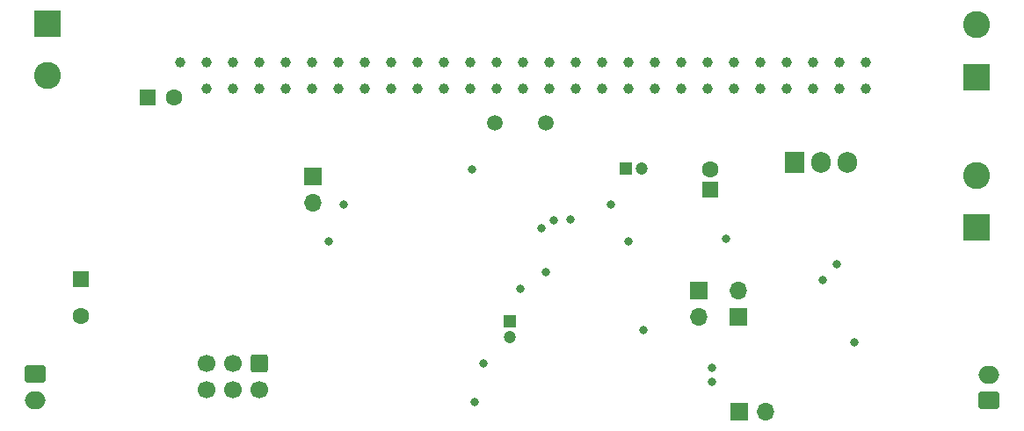
<source format=gbr>
%TF.GenerationSoftware,KiCad,Pcbnew,(6.0.11)*%
%TF.CreationDate,2023-02-12T20:14:36+01:00*%
%TF.ProjectId,DMX_PWM_LED_Driver,444d585f-5057-44d5-9f4c-45445f447269,rev?*%
%TF.SameCoordinates,Original*%
%TF.FileFunction,Soldermask,Bot*%
%TF.FilePolarity,Negative*%
%FSLAX46Y46*%
G04 Gerber Fmt 4.6, Leading zero omitted, Abs format (unit mm)*
G04 Created by KiCad (PCBNEW (6.0.11)) date 2023-02-12 20:14:36*
%MOMM*%
%LPD*%
G01*
G04 APERTURE LIST*
G04 Aperture macros list*
%AMRoundRect*
0 Rectangle with rounded corners*
0 $1 Rounding radius*
0 $2 $3 $4 $5 $6 $7 $8 $9 X,Y pos of 4 corners*
0 Add a 4 corners polygon primitive as box body*
4,1,4,$2,$3,$4,$5,$6,$7,$8,$9,$2,$3,0*
0 Add four circle primitives for the rounded corners*
1,1,$1+$1,$2,$3*
1,1,$1+$1,$4,$5*
1,1,$1+$1,$6,$7*
1,1,$1+$1,$8,$9*
0 Add four rect primitives between the rounded corners*
20,1,$1+$1,$2,$3,$4,$5,0*
20,1,$1+$1,$4,$5,$6,$7,0*
20,1,$1+$1,$6,$7,$8,$9,0*
20,1,$1+$1,$8,$9,$2,$3,0*%
G04 Aperture macros list end*
%ADD10R,1.700000X1.700000*%
%ADD11O,1.700000X1.700000*%
%ADD12RoundRect,0.250000X-0.750000X0.600000X-0.750000X-0.600000X0.750000X-0.600000X0.750000X0.600000X0*%
%ADD13O,2.000000X1.700000*%
%ADD14R,2.600000X2.600000*%
%ADD15C,2.600000*%
%ADD16RoundRect,0.250000X0.750000X-0.600000X0.750000X0.600000X-0.750000X0.600000X-0.750000X-0.600000X0*%
%ADD17R,1.200000X1.200000*%
%ADD18C,1.200000*%
%ADD19RoundRect,0.250000X-0.600000X0.600000X-0.600000X-0.600000X0.600000X-0.600000X0.600000X0.600000X0*%
%ADD20C,1.700000*%
%ADD21R,1.600000X1.600000*%
%ADD22C,1.600000*%
%ADD23C,1.500000*%
%ADD24R,1.905000X2.000000*%
%ADD25O,1.905000X2.000000*%
%ADD26C,1.000000*%
%ADD27C,0.800000*%
G04 APERTURE END LIST*
D10*
%TO.C,JP3*%
X91900000Y-61650000D03*
D11*
X94440000Y-61650000D03*
%TD*%
D12*
%TO.C,J6*%
X24081000Y-58000000D03*
D13*
X24081000Y-60500000D03*
%TD*%
D14*
%TO.C,J2*%
X25280000Y-24180000D03*
D15*
X25280000Y-29180000D03*
%TD*%
D14*
%TO.C,J3*%
X114800000Y-29330000D03*
D15*
X114800000Y-24330000D03*
%TD*%
D16*
%TO.C,J5*%
X116010000Y-60550000D03*
D13*
X116010000Y-58050000D03*
%TD*%
D17*
%TO.C,C6*%
X81026000Y-38150800D03*
D18*
X82526000Y-38150800D03*
%TD*%
D17*
%TO.C,C7*%
X69850000Y-52900000D03*
D18*
X69850000Y-54400000D03*
%TD*%
D19*
%TO.C,J1*%
X45669000Y-56987500D03*
D20*
X45669000Y-59527500D03*
X43129000Y-56987500D03*
X43129000Y-59527500D03*
X40589000Y-56987500D03*
X40589000Y-59527500D03*
%TD*%
D10*
%TO.C,JP2*%
X50866000Y-38930000D03*
D11*
X50866000Y-41470000D03*
%TD*%
D21*
%TO.C,C8*%
X34988500Y-31305500D03*
D22*
X37488500Y-31305500D03*
%TD*%
D21*
%TO.C,C12*%
X28498800Y-48869600D03*
D22*
X28498800Y-52369600D03*
%TD*%
D23*
%TO.C,Y1*%
X73279000Y-33782000D03*
X68399000Y-33782000D03*
%TD*%
D10*
%TO.C,JP4*%
X88011000Y-49911000D03*
D11*
X88011000Y-52451000D03*
%TD*%
D10*
%TO.C,JP5*%
X91821000Y-52451000D03*
D11*
X91821000Y-49911000D03*
%TD*%
D14*
%TO.C,J4*%
X114808000Y-43815000D03*
D15*
X114808000Y-38815000D03*
%TD*%
D21*
%TO.C,C9*%
X89154000Y-40227000D03*
D22*
X89154000Y-38227000D03*
%TD*%
D24*
%TO.C,Q1*%
X97282000Y-37592000D03*
D25*
X99822000Y-37592000D03*
X102362000Y-37592000D03*
%TD*%
D26*
X40640000Y-30480000D03*
X78740000Y-30480000D03*
X48260000Y-30480000D03*
X43180000Y-30480000D03*
X55880000Y-30480000D03*
X86360000Y-30480000D03*
X86360000Y-27940000D03*
X91440000Y-30480000D03*
X55880000Y-27940000D03*
X104140000Y-27940000D03*
X99060000Y-27940000D03*
X68580000Y-30480000D03*
X60960000Y-27940000D03*
X76200000Y-30480000D03*
X81280000Y-30480000D03*
X40640000Y-27940000D03*
X101600000Y-30480000D03*
X43180000Y-27940000D03*
X99060000Y-30480000D03*
X83820000Y-30480000D03*
X53340000Y-27940000D03*
X58420000Y-30480000D03*
X71120000Y-27940000D03*
X38100000Y-27940000D03*
X68580000Y-27940000D03*
X73660000Y-30480000D03*
X73660000Y-27940000D03*
X101600000Y-27940000D03*
X88900000Y-27940000D03*
X63500000Y-27940000D03*
X76200000Y-27940000D03*
X91440000Y-27940000D03*
X45720000Y-30480000D03*
X58420000Y-27940000D03*
X50800000Y-27940000D03*
X53340000Y-30480000D03*
X81280000Y-27940000D03*
X96520000Y-30480000D03*
X45720000Y-27940000D03*
X63500000Y-30480000D03*
X104140000Y-30480000D03*
X83820000Y-27940000D03*
X66040000Y-30480000D03*
X50800000Y-30480000D03*
X60960000Y-30480000D03*
X96520000Y-27940000D03*
X48260000Y-27940000D03*
X71120000Y-30480000D03*
X93980000Y-30480000D03*
X78740000Y-27940000D03*
X88900000Y-30480000D03*
X93980000Y-27940000D03*
X66040000Y-27940000D03*
D27*
X101346000Y-47371000D03*
X72847200Y-43891200D03*
X90678000Y-44958000D03*
X103010000Y-54971000D03*
X75710000Y-43110000D03*
X73320000Y-48180000D03*
X82740500Y-53784500D03*
X89281000Y-57404000D03*
X74100000Y-43130000D03*
X66200000Y-38300000D03*
X66484500Y-60706000D03*
X70866000Y-49784000D03*
X67310000Y-56959500D03*
X89317000Y-58710000D03*
X79603600Y-41605200D03*
X53848000Y-41605200D03*
X52425600Y-45161200D03*
X99949000Y-48895000D03*
X81280000Y-45212000D03*
M02*

</source>
